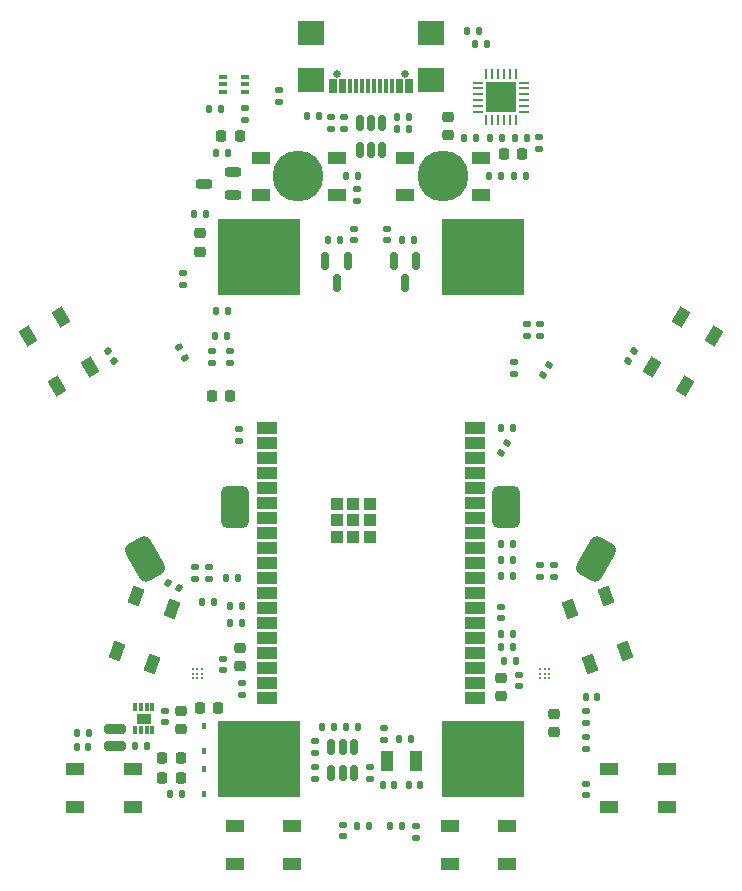
<source format=gts>
%TF.GenerationSoftware,KiCad,Pcbnew,(6.0.6)*%
%TF.CreationDate,2022-10-05T22:33:56-05:00*%
%TF.ProjectId,Halloween_Ghost_v1,48616c6c-6f77-4656-956e-5f47686f7374,rev?*%
%TF.SameCoordinates,Original*%
%TF.FileFunction,Soldermask,Top*%
%TF.FilePolarity,Negative*%
%FSLAX46Y46*%
G04 Gerber Fmt 4.6, Leading zero omitted, Abs format (unit mm)*
G04 Created by KiCad (PCBNEW (6.0.6)) date 2022-10-05 22:33:56*
%MOMM*%
%LPD*%
G01*
G04 APERTURE LIST*
G04 Aperture macros list*
%AMRoundRect*
0 Rectangle with rounded corners*
0 $1 Rounding radius*
0 $2 $3 $4 $5 $6 $7 $8 $9 X,Y pos of 4 corners*
0 Add a 4 corners polygon primitive as box body*
4,1,4,$2,$3,$4,$5,$6,$7,$8,$9,$2,$3,0*
0 Add four circle primitives for the rounded corners*
1,1,$1+$1,$2,$3*
1,1,$1+$1,$4,$5*
1,1,$1+$1,$6,$7*
1,1,$1+$1,$8,$9*
0 Add four rect primitives between the rounded corners*
20,1,$1+$1,$2,$3,$4,$5,0*
20,1,$1+$1,$4,$5,$6,$7,0*
20,1,$1+$1,$6,$7,$8,$9,0*
20,1,$1+$1,$8,$9,$2,$3,0*%
%AMRotRect*
0 Rectangle, with rotation*
0 The origin of the aperture is its center*
0 $1 length*
0 $2 width*
0 $3 Rotation angle, in degrees counterclockwise*
0 Add horizontal line*
21,1,$1,$2,0,0,$3*%
G04 Aperture macros list end*
%ADD10RoundRect,0.150000X-0.150000X0.512500X-0.150000X-0.512500X0.150000X-0.512500X0.150000X0.512500X0*%
%ADD11RoundRect,0.135000X0.135000X0.185000X-0.135000X0.185000X-0.135000X-0.185000X0.135000X-0.185000X0*%
%ADD12RoundRect,0.140000X-0.170000X0.140000X-0.170000X-0.140000X0.170000X-0.140000X0.170000X0.140000X0*%
%ADD13RoundRect,0.225000X-0.225000X-0.250000X0.225000X-0.250000X0.225000X0.250000X-0.225000X0.250000X0*%
%ADD14RoundRect,0.135000X-0.135000X-0.185000X0.135000X-0.185000X0.135000X0.185000X-0.135000X0.185000X0*%
%ADD15R,0.450000X0.600000*%
%ADD16RoundRect,0.100000X0.750000X0.450000X-0.750000X0.450000X-0.750000X-0.450000X0.750000X-0.450000X0*%
%ADD17RoundRect,0.100000X-0.450000X-0.450000X0.450000X-0.450000X0.450000X0.450000X-0.450000X0.450000X0*%
%ADD18C,0.250000*%
%ADD19RoundRect,0.135000X0.185000X-0.135000X0.185000X0.135000X-0.185000X0.135000X-0.185000X-0.135000X0*%
%ADD20RoundRect,0.225000X-0.250000X0.225000X-0.250000X-0.225000X0.250000X-0.225000X0.250000X0.225000X0*%
%ADD21RoundRect,0.135000X-0.185000X0.135000X-0.185000X-0.135000X0.185000X-0.135000X0.185000X0.135000X0*%
%ADD22RotRect,1.500000X1.000000X60.000000*%
%ADD23RoundRect,0.140000X-0.140000X-0.170000X0.140000X-0.170000X0.140000X0.170000X-0.140000X0.170000X0*%
%ADD24RoundRect,0.140000X0.140000X0.170000X-0.140000X0.170000X-0.140000X-0.170000X0.140000X-0.170000X0*%
%ADD25R,0.300000X0.750000*%
%ADD26R,1.300000X0.900000*%
%ADD27RoundRect,0.140000X0.170000X-0.140000X0.170000X0.140000X-0.170000X0.140000X-0.170000X-0.140000X0*%
%ADD28RoundRect,0.600000X1.119615X-0.739230X-0.080385X1.339230X-1.119615X0.739230X0.080385X-1.339230X0*%
%ADD29RoundRect,0.600000X0.600000X-1.200000X0.600000X1.200000X-0.600000X1.200000X-0.600000X-1.200000X0*%
%ADD30RoundRect,0.062500X-0.350000X-0.062500X0.350000X-0.062500X0.350000X0.062500X-0.350000X0.062500X0*%
%ADD31RoundRect,0.062500X-0.062500X-0.350000X0.062500X-0.350000X0.062500X0.350000X-0.062500X0.350000X0*%
%ADD32R,2.600000X2.600000*%
%ADD33RoundRect,0.225000X0.250000X-0.225000X0.250000X0.225000X-0.250000X0.225000X-0.250000X-0.225000X0*%
%ADD34R,0.650000X0.400000*%
%ADD35RoundRect,0.150000X-0.150000X0.587500X-0.150000X-0.587500X0.150000X-0.587500X0.150000X0.587500X0*%
%ADD36RotRect,1.500000X1.000000X300.000000*%
%ADD37RoundRect,0.200000X0.700000X-0.200000X0.700000X0.200000X-0.700000X0.200000X-0.700000X-0.200000X0*%
%ADD38RoundRect,0.600000X-0.600000X1.200000X-0.600000X-1.200000X0.600000X-1.200000X0.600000X1.200000X0*%
%ADD39RoundRect,0.600000X-0.080385X-1.339230X1.119615X0.739230X0.080385X1.339230X-1.119615X-0.739230X0*%
%ADD40RoundRect,0.135000X0.092715X-0.209413X0.227715X0.024413X-0.092715X0.209413X-0.227715X-0.024413X0*%
%ADD41R,1.000000X1.800000*%
%ADD42RoundRect,0.135000X-0.092715X0.209413X-0.227715X-0.024413X0.092715X-0.209413X0.227715X0.024413X0*%
%ADD43RotRect,1.500000X1.000000X250.000000*%
%ADD44RoundRect,0.135000X-0.227715X0.024413X-0.092715X-0.209413X0.227715X-0.024413X0.092715X0.209413X0*%
%ADD45R,1.500000X1.000000*%
%ADD46RoundRect,0.140000X-0.217224X0.036244X-0.077224X-0.206244X0.217224X-0.036244X0.077224X0.206244X0*%
%ADD47RoundRect,0.225000X0.225000X0.250000X-0.225000X0.250000X-0.225000X-0.250000X0.225000X-0.250000X0*%
%ADD48C,4.300000*%
%ADD49RotRect,1.500000X1.000000X110.000000*%
%ADD50C,0.650000*%
%ADD51R,0.300000X1.150000*%
%ADD52R,2.180000X2.000000*%
%ADD53RoundRect,0.250000X-0.450000X0.150000X-0.450000X-0.150000X0.450000X-0.150000X0.450000X0.150000X0*%
%ADD54RoundRect,0.140000X0.077224X-0.206244X0.217224X0.036244X-0.077224X0.206244X-0.217224X-0.036244X0*%
%ADD55RoundRect,0.135000X0.190132X0.127670X-0.063585X0.220016X-0.190132X-0.127670X0.063585X-0.220016X0*%
%ADD56R,7.000000X6.500000*%
G04 APERTURE END LIST*
D10*
X135350000Y-118862500D03*
X134400000Y-118862500D03*
X133450000Y-118862500D03*
X133450000Y-121137500D03*
X134400000Y-121137500D03*
X135350000Y-121137500D03*
D11*
X135710000Y-117200000D03*
X134690000Y-117200000D03*
D12*
X140600000Y-125620000D03*
X140600000Y-126580000D03*
D13*
X123350000Y-89200000D03*
X124900000Y-89200000D03*
D14*
X139390000Y-76000000D03*
X140410000Y-76000000D03*
D15*
X122700000Y-119250000D03*
X122700000Y-117150000D03*
D16*
X128000000Y-91920000D03*
X128000000Y-93190000D03*
X128000000Y-94460000D03*
X128000000Y-95730000D03*
X128000000Y-97000000D03*
X128000000Y-98270000D03*
X128000000Y-99540000D03*
X128000000Y-100810000D03*
X128000000Y-102080000D03*
X128000000Y-103350000D03*
X128000000Y-104620000D03*
X128000000Y-105890000D03*
X128000000Y-107160000D03*
X128000000Y-108430000D03*
X128000000Y-109700000D03*
X128000000Y-110970000D03*
X128000000Y-112240000D03*
X128000000Y-113510000D03*
X128000000Y-114780000D03*
X145600000Y-114780000D03*
X145600000Y-113510000D03*
X145600000Y-112240000D03*
X145600000Y-110970000D03*
X145600000Y-109700000D03*
X145600000Y-108430000D03*
X145600000Y-107160000D03*
X145600000Y-105890000D03*
X145600000Y-104620000D03*
X145600000Y-103350000D03*
X145600000Y-102080000D03*
X145600000Y-100810000D03*
X145600000Y-99540000D03*
X145600000Y-98270000D03*
X145600000Y-97000000D03*
X145600000Y-95730000D03*
X145600000Y-94460000D03*
X145600000Y-93190000D03*
X145600000Y-91920000D03*
D17*
X133900000Y-98320000D03*
X135300000Y-98320000D03*
X136700000Y-98320000D03*
X133900000Y-99720000D03*
X135300000Y-99720000D03*
X136700000Y-99720000D03*
X133900000Y-101120000D03*
X135300000Y-101120000D03*
X136700000Y-101120000D03*
D14*
X144890000Y-58300000D03*
X145910000Y-58300000D03*
D18*
X151100000Y-113100000D03*
X151100000Y-112700000D03*
X151100000Y-112300000D03*
X151500000Y-113100000D03*
X151500000Y-112700000D03*
X151500000Y-112300000D03*
X151900000Y-113100000D03*
X151900000Y-112700000D03*
X151900000Y-112300000D03*
D19*
X126100000Y-65820000D03*
X126100000Y-64800000D03*
X132100000Y-121610000D03*
X132100000Y-120590000D03*
D20*
X143300000Y-65550000D03*
X143300000Y-67100000D03*
D21*
X134500000Y-65590000D03*
X134500000Y-66610000D03*
D22*
X160589359Y-86721762D03*
X163360641Y-88321762D03*
X165810641Y-84078238D03*
X163039359Y-82478238D03*
D14*
X146900000Y-67300000D03*
X147920000Y-67300000D03*
D19*
X148900000Y-87310000D03*
X148900000Y-86290000D03*
D23*
X111920000Y-118900000D03*
X112880000Y-118900000D03*
D24*
X147780000Y-70600000D03*
X146820000Y-70600000D03*
D14*
X124890000Y-108400000D03*
X125910000Y-108400000D03*
D11*
X148810000Y-109300000D03*
X147790000Y-109300000D03*
D15*
X122700000Y-120750000D03*
X122700000Y-122850000D03*
D23*
X138780000Y-122100000D03*
X137820000Y-122100000D03*
D19*
X150000000Y-84110000D03*
X150000000Y-83090000D03*
D20*
X120700000Y-115825000D03*
X120700000Y-117375000D03*
D25*
X118300000Y-115500000D03*
X117800000Y-115500000D03*
X117300000Y-115500000D03*
X116800000Y-115500000D03*
X116800000Y-117500000D03*
X117300000Y-117500000D03*
X117800000Y-117500000D03*
X118300000Y-117500000D03*
D26*
X117550000Y-116500000D03*
D27*
X138200000Y-75980000D03*
X138200000Y-75020000D03*
D28*
X117706476Y-102945191D03*
D29*
X125327499Y-98545191D03*
D30*
X145862500Y-62650000D03*
X145862500Y-63150000D03*
X145862500Y-63650000D03*
X145862500Y-64150000D03*
X145862500Y-64650000D03*
X145862500Y-65150000D03*
D31*
X146550000Y-65837500D03*
X147050000Y-65837500D03*
X147550000Y-65837500D03*
X148050000Y-65837500D03*
X148550000Y-65837500D03*
X149050000Y-65837500D03*
D30*
X149737500Y-65150000D03*
X149737500Y-64650000D03*
X149737500Y-64150000D03*
X149737500Y-63650000D03*
X149737500Y-63150000D03*
X149737500Y-62650000D03*
D31*
X149050000Y-61962500D03*
X148550000Y-61962500D03*
X148050000Y-61962500D03*
X147550000Y-61962500D03*
X147050000Y-61962500D03*
X146550000Y-61962500D03*
D32*
X147800000Y-63900000D03*
D19*
X125900000Y-114510000D03*
X125900000Y-113490000D03*
D33*
X152300000Y-117675000D03*
X152300000Y-116125000D03*
D34*
X126150000Y-63450000D03*
X126150000Y-62800000D03*
X126150000Y-62150000D03*
X124250000Y-62150000D03*
X124250000Y-62800000D03*
X124250000Y-63450000D03*
D19*
X137900000Y-118310000D03*
X137900000Y-117290000D03*
X120900000Y-79810000D03*
X120900000Y-78790000D03*
D35*
X140650000Y-77762500D03*
X138750000Y-77762500D03*
X139700000Y-79637500D03*
D13*
X119125000Y-121500000D03*
X120675000Y-121500000D03*
D11*
X148810000Y-103100000D03*
X147790000Y-103100000D03*
D18*
X122500000Y-112300000D03*
X122500000Y-112700000D03*
X122500000Y-113100000D03*
X122100000Y-112300000D03*
X122100000Y-112700000D03*
X122100000Y-113100000D03*
X121700000Y-112300000D03*
X121700000Y-112700000D03*
X121700000Y-113100000D03*
D14*
X133190000Y-76000000D03*
X134210000Y-76000000D03*
D12*
X149300000Y-112820000D03*
X149300000Y-113780000D03*
D36*
X110560641Y-82478238D03*
X107789359Y-84078238D03*
X110239359Y-88321762D03*
X113010641Y-86721762D03*
D19*
X152300000Y-104510000D03*
X152300000Y-103490000D03*
D14*
X145590000Y-59400000D03*
X146610000Y-59400000D03*
X123690000Y-82000000D03*
X124710000Y-82000000D03*
X147790000Y-110400000D03*
X148810000Y-110400000D03*
D21*
X155000000Y-115890000D03*
X155000000Y-116910000D03*
D37*
X115100000Y-118850000D03*
X115100000Y-117350000D03*
D11*
X125510000Y-104600000D03*
X124490000Y-104600000D03*
D12*
X134400000Y-125520000D03*
X134400000Y-126480000D03*
X119400000Y-115820000D03*
X119400000Y-116780000D03*
D21*
X135600000Y-71690000D03*
X135600000Y-72710000D03*
D38*
X148272501Y-98545191D03*
D39*
X155893524Y-102945191D03*
D14*
X138990000Y-66600000D03*
X140010000Y-66600000D03*
D27*
X125600000Y-92980000D03*
X125600000Y-92020000D03*
D14*
X135590000Y-125600000D03*
X136610000Y-125600000D03*
D11*
X148810000Y-104400000D03*
X147790000Y-104400000D03*
D13*
X119125000Y-119800000D03*
X120675000Y-119800000D03*
D27*
X124300000Y-112380000D03*
X124300000Y-111420000D03*
D33*
X125700000Y-112075000D03*
X125700000Y-110525000D03*
D40*
X147845000Y-94041673D03*
X148355000Y-93158327D03*
D11*
X149110000Y-111600000D03*
X148090000Y-111600000D03*
D14*
X139190000Y-118200000D03*
X140210000Y-118200000D03*
D23*
X155020000Y-114700000D03*
X155980000Y-114700000D03*
D14*
X147790000Y-101700000D03*
X148810000Y-101700000D03*
D27*
X124900000Y-86360000D03*
X124900000Y-85400000D03*
D23*
X144700000Y-67300000D03*
X145660000Y-67300000D03*
D11*
X125910000Y-107000000D03*
X124890000Y-107000000D03*
D12*
X155000000Y-122020000D03*
X155000000Y-122980000D03*
D41*
X138150000Y-120100000D03*
X140650000Y-120100000D03*
D13*
X122325000Y-115600000D03*
X123875000Y-115600000D03*
X148050000Y-68700000D03*
X149600000Y-68700000D03*
D20*
X122300000Y-75425000D03*
X122300000Y-76975000D03*
D19*
X151100000Y-104510000D03*
X151100000Y-103490000D03*
X155000000Y-119110000D03*
X155000000Y-118090000D03*
X129000000Y-64320000D03*
X129000000Y-63300000D03*
D42*
X151855000Y-86558327D03*
X151345000Y-87441673D03*
D43*
X119941458Y-107244985D03*
X116934441Y-106150521D03*
X115258542Y-110755015D03*
X118265559Y-111849479D03*
D11*
X140000000Y-65600000D03*
X138980000Y-65600000D03*
D19*
X151100000Y-84110000D03*
X151100000Y-83090000D03*
D44*
X120545000Y-85058327D03*
X121055000Y-85941673D03*
D45*
X125250000Y-125600000D03*
X125250000Y-128800000D03*
X130150000Y-128800000D03*
X130150000Y-125600000D03*
D46*
X114560000Y-85384308D03*
X115040000Y-86215692D03*
D24*
X124680000Y-68600000D03*
X123720000Y-68600000D03*
D14*
X111890000Y-117700000D03*
X112910000Y-117700000D03*
D12*
X135400000Y-75020000D03*
X135400000Y-75980000D03*
D27*
X132100000Y-119380000D03*
X132100000Y-118420000D03*
D47*
X125675000Y-67200000D03*
X124125000Y-67200000D03*
D12*
X147800000Y-107020000D03*
X147800000Y-107980000D03*
D48*
X142900000Y-70600000D03*
D45*
X146100000Y-69000000D03*
X146100000Y-72200000D03*
X139700000Y-72200000D03*
X139700000Y-69000000D03*
D11*
X120810000Y-122900000D03*
X119790000Y-122900000D03*
X124110000Y-64900000D03*
X123090000Y-64900000D03*
D14*
X132690000Y-117200000D03*
X133710000Y-117200000D03*
D19*
X133400000Y-66610000D03*
X133400000Y-65590000D03*
D10*
X137750000Y-66062500D03*
X136800000Y-66062500D03*
X135850000Y-66062500D03*
X135850000Y-68337500D03*
X136800000Y-68337500D03*
X137750000Y-68337500D03*
D11*
X148810000Y-91900000D03*
X147790000Y-91900000D03*
D19*
X123100000Y-104710000D03*
X123100000Y-103690000D03*
D45*
X111750000Y-120800000D03*
X111750000Y-124000000D03*
X116650000Y-124000000D03*
X116650000Y-120800000D03*
D14*
X116790000Y-118800000D03*
X117810000Y-118800000D03*
D49*
X155334441Y-111849479D03*
X158341458Y-110755015D03*
X156665559Y-106150521D03*
X153658542Y-107244985D03*
D11*
X139410000Y-125600000D03*
X138390000Y-125600000D03*
D21*
X123300000Y-85390000D03*
X123300000Y-86410000D03*
D35*
X134850000Y-77762500D03*
X132950000Y-77762500D03*
X133900000Y-79637500D03*
D50*
X139690000Y-61903000D03*
X133910000Y-61903000D03*
D51*
X140150000Y-62978000D03*
X139350000Y-62978000D03*
X138050000Y-62978000D03*
X137050000Y-62978000D03*
X136550000Y-62978000D03*
X135550000Y-62978000D03*
X134250000Y-62978000D03*
X133450000Y-62978000D03*
X133750000Y-62978000D03*
X134550000Y-62978000D03*
X135050000Y-62978000D03*
X136050000Y-62978000D03*
X137550000Y-62978000D03*
X138550000Y-62978000D03*
X139050000Y-62978000D03*
X139850000Y-62978000D03*
D52*
X131690000Y-62403000D03*
X131690000Y-58473000D03*
X141910000Y-58473000D03*
X141910000Y-62403000D03*
D53*
X125150000Y-72150000D03*
X125150000Y-70250000D03*
X122650000Y-71200000D03*
D19*
X151000000Y-68310000D03*
X151000000Y-67290000D03*
D45*
X156950000Y-120800000D03*
X156950000Y-124000000D03*
X161850000Y-124000000D03*
X161850000Y-120800000D03*
D19*
X136700000Y-121610000D03*
X136700000Y-120590000D03*
D23*
X121840000Y-73800000D03*
X122800000Y-73800000D03*
D48*
X130600000Y-70600000D03*
D45*
X133900000Y-69000000D03*
X133900000Y-72200000D03*
X127500000Y-72200000D03*
X127500000Y-69000000D03*
D14*
X148980000Y-67300000D03*
X150000000Y-67300000D03*
D23*
X122520000Y-106600000D03*
X123480000Y-106600000D03*
D54*
X158560000Y-86215692D03*
X159040000Y-85384308D03*
D14*
X148890000Y-70600000D03*
X149910000Y-70600000D03*
D19*
X121900000Y-104710000D03*
X121900000Y-103690000D03*
D24*
X132380000Y-65500000D03*
X131420000Y-65500000D03*
D20*
X147800000Y-113025000D03*
X147800000Y-114575000D03*
D55*
X120579243Y-105400000D03*
X119620757Y-105051140D03*
D56*
X127300000Y-119950000D03*
X127300000Y-77450000D03*
X146300000Y-77450000D03*
X146300000Y-119950000D03*
D24*
X140980000Y-122100000D03*
X140020000Y-122100000D03*
D23*
X134720000Y-70600000D03*
X135680000Y-70600000D03*
D14*
X123590000Y-84100000D03*
X124610000Y-84100000D03*
D45*
X143450000Y-125600000D03*
X143450000Y-128800000D03*
X148350000Y-128800000D03*
X148350000Y-125600000D03*
M02*

</source>
